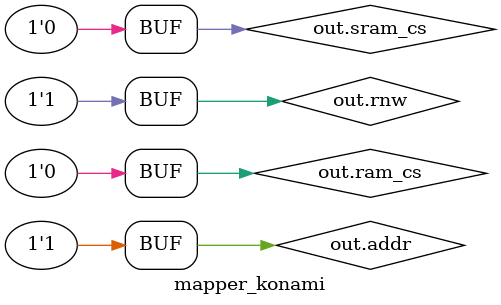
<source format=sv>
/*verilator tracing_off*/
module mapper_konami
(
    cpu_bus cpu_bus,                   // Interface for CPU communication
    block_info block_info,             // Struct containing mapper configuration and parameters
    mapper_out out                     // Interface for mapper output
);
    assign out.sram_cs = '0;
    assign out.ram_cs  = '0;
    assign out.rnw     = '1;
    assign out.addr    = {27{1'b1}};

endmodule

</source>
